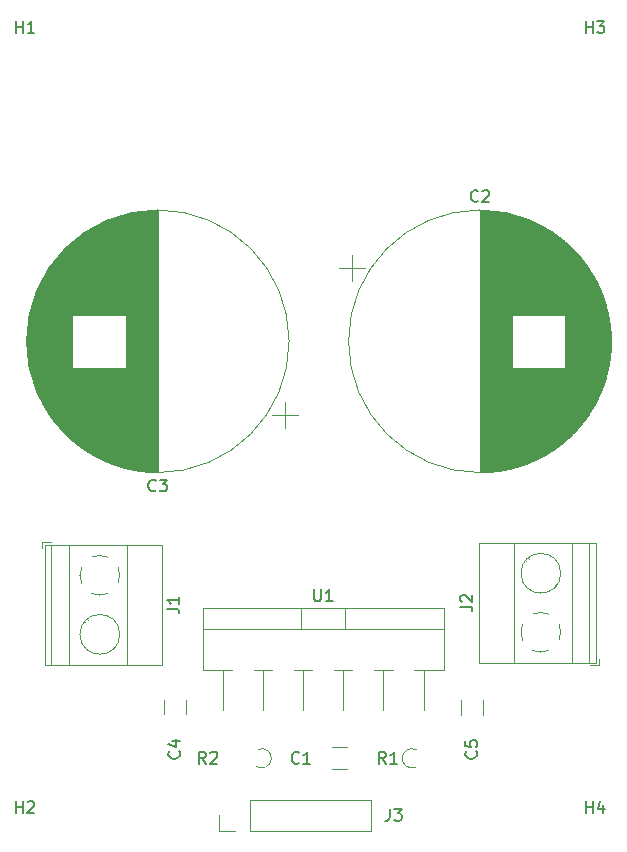
<source format=gto>
G04 #@! TF.GenerationSoftware,KiCad,Pcbnew,(5.1.10)-1*
G04 #@! TF.CreationDate,2021-10-30T22:31:52+03:00*
G04 #@! TF.ProjectId,cmd_module_booster,636d645f-6d6f-4647-956c-655f626f6f73,rev?*
G04 #@! TF.SameCoordinates,Original*
G04 #@! TF.FileFunction,Legend,Top*
G04 #@! TF.FilePolarity,Positive*
%FSLAX46Y46*%
G04 Gerber Fmt 4.6, Leading zero omitted, Abs format (unit mm)*
G04 Created by KiCad (PCBNEW (5.1.10)-1) date 2021-10-30 22:31:52*
%MOMM*%
%LPD*%
G01*
G04 APERTURE LIST*
%ADD10C,0.120000*%
%ADD11C,0.150000*%
%ADD12C,2.700000*%
%ADD13O,1.700000X1.700000*%
%ADD14R,1.700000X1.700000*%
%ADD15C,2.600000*%
%ADD16R,2.600000X2.600000*%
%ADD17C,4.000000*%
%ADD18R,4.000000X4.000000*%
%ADD19O,1.800000X1.800000*%
%ADD20R,1.800000X1.800000*%
%ADD21O,1.400000X1.400000*%
%ADD22C,1.400000*%
%ADD23C,1.600000*%
G04 APERTURE END LIST*
D10*
X120710000Y-158302000D02*
X120710000Y-155642000D01*
X110490000Y-158302000D02*
X120710000Y-158302000D01*
X110490000Y-155642000D02*
X120710000Y-155642000D01*
X110490000Y-158302000D02*
X110490000Y-155642000D01*
X109220000Y-158302000D02*
X107890000Y-158302000D01*
X107890000Y-158302000D02*
X107890000Y-156972000D01*
X136808000Y-136478000D02*
G75*
G03*
X136808000Y-136478000I-1680000J0D01*
G01*
X139228000Y-144038000D02*
X139228000Y-133918000D01*
X137728000Y-144038000D02*
X137728000Y-133918000D01*
X132827000Y-144038000D02*
X132827000Y-133918000D01*
X129867000Y-144038000D02*
X129867000Y-133918000D01*
X139788000Y-144038000D02*
X139788000Y-133918000D01*
X129867000Y-144038000D02*
X139788000Y-144038000D01*
X129867000Y-133918000D02*
X139788000Y-133918000D01*
X134059000Y-135203000D02*
X134105000Y-135250000D01*
X136367000Y-137512000D02*
X136402000Y-137547000D01*
X133853000Y-135408000D02*
X133889000Y-135443000D01*
X136151000Y-137705000D02*
X136197000Y-137752000D01*
X139288000Y-144278000D02*
X140028000Y-144278000D01*
X140028000Y-144278000D02*
X140028000Y-143778000D01*
X136808253Y-141449195D02*
G75*
G02*
X136663000Y-142162000I-1680253J-28805D01*
G01*
X135811042Y-143013426D02*
G75*
G02*
X134444000Y-143013000I-683042J1535426D01*
G01*
X133592574Y-142161042D02*
G75*
G02*
X133593000Y-140794000I1535426J683042D01*
G01*
X134444958Y-139942574D02*
G75*
G02*
X135812000Y-139943000I683042J-1535426D01*
G01*
X136662756Y-140794682D02*
G75*
G02*
X136808000Y-141478000I-1534756J-683318D01*
G01*
X113816000Y-116840000D02*
G75*
G03*
X113816000Y-116840000I-11120000J0D01*
G01*
X102696000Y-127921000D02*
X102696000Y-105759000D01*
X102656000Y-127920000D02*
X102656000Y-105760000D01*
X102616000Y-127920000D02*
X102616000Y-105760000D01*
X102576000Y-127920000D02*
X102576000Y-105760000D01*
X102536000Y-127919000D02*
X102536000Y-105761000D01*
X102496000Y-127919000D02*
X102496000Y-105761000D01*
X102456000Y-127918000D02*
X102456000Y-105762000D01*
X102416000Y-127917000D02*
X102416000Y-105763000D01*
X102376000Y-127916000D02*
X102376000Y-105764000D01*
X102336000Y-127915000D02*
X102336000Y-105765000D01*
X102296000Y-127913000D02*
X102296000Y-105767000D01*
X102256000Y-127912000D02*
X102256000Y-105768000D01*
X102216000Y-127910000D02*
X102216000Y-105770000D01*
X102176000Y-127908000D02*
X102176000Y-105772000D01*
X102136000Y-127906000D02*
X102136000Y-105774000D01*
X102096000Y-127904000D02*
X102096000Y-105776000D01*
X102056000Y-127902000D02*
X102056000Y-105778000D01*
X102016000Y-127900000D02*
X102016000Y-105780000D01*
X101975000Y-127897000D02*
X101975000Y-105783000D01*
X101935000Y-127894000D02*
X101935000Y-105786000D01*
X101895000Y-127892000D02*
X101895000Y-105788000D01*
X101855000Y-127889000D02*
X101855000Y-105791000D01*
X101815000Y-127886000D02*
X101815000Y-105794000D01*
X101775000Y-127882000D02*
X101775000Y-105798000D01*
X101735000Y-127879000D02*
X101735000Y-105801000D01*
X101695000Y-127875000D02*
X101695000Y-105805000D01*
X101655000Y-127872000D02*
X101655000Y-105808000D01*
X101615000Y-127868000D02*
X101615000Y-105812000D01*
X101575000Y-127864000D02*
X101575000Y-105816000D01*
X101535000Y-127860000D02*
X101535000Y-105820000D01*
X101495000Y-127856000D02*
X101495000Y-105824000D01*
X101455000Y-127851000D02*
X101455000Y-105829000D01*
X101415000Y-127847000D02*
X101415000Y-105833000D01*
X101375000Y-127842000D02*
X101375000Y-105838000D01*
X101335000Y-127837000D02*
X101335000Y-105843000D01*
X101295000Y-127832000D02*
X101295000Y-105848000D01*
X101255000Y-127827000D02*
X101255000Y-105853000D01*
X101215000Y-127822000D02*
X101215000Y-105858000D01*
X101175000Y-127816000D02*
X101175000Y-105864000D01*
X101135000Y-127811000D02*
X101135000Y-105869000D01*
X101095000Y-127805000D02*
X101095000Y-105875000D01*
X101055000Y-127799000D02*
X101055000Y-105881000D01*
X101015000Y-127793000D02*
X101015000Y-105887000D01*
X100975000Y-127787000D02*
X100975000Y-105893000D01*
X100935000Y-127780000D02*
X100935000Y-105900000D01*
X100895000Y-127774000D02*
X100895000Y-105906000D01*
X100855000Y-127767000D02*
X100855000Y-105913000D01*
X100815000Y-127760000D02*
X100815000Y-105920000D01*
X100775000Y-127753000D02*
X100775000Y-105927000D01*
X100735000Y-127746000D02*
X100735000Y-105934000D01*
X100695000Y-127739000D02*
X100695000Y-105941000D01*
X100655000Y-127732000D02*
X100655000Y-105948000D01*
X100615000Y-127724000D02*
X100615000Y-105956000D01*
X100575000Y-127717000D02*
X100575000Y-105963000D01*
X100535000Y-127709000D02*
X100535000Y-105971000D01*
X100495000Y-127701000D02*
X100495000Y-105979000D01*
X100455000Y-127693000D02*
X100455000Y-105987000D01*
X100415000Y-127684000D02*
X100415000Y-105996000D01*
X100375000Y-127676000D02*
X100375000Y-106004000D01*
X100335000Y-127667000D02*
X100335000Y-106013000D01*
X100295000Y-127658000D02*
X100295000Y-106022000D01*
X100255000Y-127649000D02*
X100255000Y-106031000D01*
X100215000Y-127640000D02*
X100215000Y-106040000D01*
X100175000Y-127631000D02*
X100175000Y-106049000D01*
X100135000Y-127622000D02*
X100135000Y-106058000D01*
X100095000Y-127612000D02*
X100095000Y-106068000D01*
X100055000Y-127603000D02*
X100055000Y-106077000D01*
X100015000Y-127593000D02*
X100015000Y-106087000D01*
X99975000Y-127583000D02*
X99975000Y-106097000D01*
X99935000Y-127573000D02*
X99935000Y-119080000D01*
X99935000Y-114600000D02*
X99935000Y-106107000D01*
X99895000Y-127562000D02*
X99895000Y-119080000D01*
X99895000Y-114600000D02*
X99895000Y-106118000D01*
X99855000Y-127552000D02*
X99855000Y-119080000D01*
X99855000Y-114600000D02*
X99855000Y-106128000D01*
X99815000Y-127541000D02*
X99815000Y-119080000D01*
X99815000Y-114600000D02*
X99815000Y-106139000D01*
X99775000Y-127530000D02*
X99775000Y-119080000D01*
X99775000Y-114600000D02*
X99775000Y-106150000D01*
X99735000Y-127519000D02*
X99735000Y-119080000D01*
X99735000Y-114600000D02*
X99735000Y-106161000D01*
X99695000Y-127508000D02*
X99695000Y-119080000D01*
X99695000Y-114600000D02*
X99695000Y-106172000D01*
X99655000Y-127497000D02*
X99655000Y-119080000D01*
X99655000Y-114600000D02*
X99655000Y-106183000D01*
X99615000Y-127485000D02*
X99615000Y-119080000D01*
X99615000Y-114600000D02*
X99615000Y-106195000D01*
X99575000Y-127474000D02*
X99575000Y-119080000D01*
X99575000Y-114600000D02*
X99575000Y-106206000D01*
X99535000Y-127462000D02*
X99535000Y-119080000D01*
X99535000Y-114600000D02*
X99535000Y-106218000D01*
X99495000Y-127450000D02*
X99495000Y-119080000D01*
X99495000Y-114600000D02*
X99495000Y-106230000D01*
X99455000Y-127438000D02*
X99455000Y-119080000D01*
X99455000Y-114600000D02*
X99455000Y-106242000D01*
X99415000Y-127426000D02*
X99415000Y-119080000D01*
X99415000Y-114600000D02*
X99415000Y-106254000D01*
X99375000Y-127413000D02*
X99375000Y-119080000D01*
X99375000Y-114600000D02*
X99375000Y-106267000D01*
X99335000Y-127401000D02*
X99335000Y-119080000D01*
X99335000Y-114600000D02*
X99335000Y-106279000D01*
X99295000Y-127388000D02*
X99295000Y-119080000D01*
X99295000Y-114600000D02*
X99295000Y-106292000D01*
X99255000Y-127375000D02*
X99255000Y-119080000D01*
X99255000Y-114600000D02*
X99255000Y-106305000D01*
X99215000Y-127362000D02*
X99215000Y-119080000D01*
X99215000Y-114600000D02*
X99215000Y-106318000D01*
X99175000Y-127349000D02*
X99175000Y-119080000D01*
X99175000Y-114600000D02*
X99175000Y-106331000D01*
X99135000Y-127335000D02*
X99135000Y-119080000D01*
X99135000Y-114600000D02*
X99135000Y-106345000D01*
X99095000Y-127322000D02*
X99095000Y-119080000D01*
X99095000Y-114600000D02*
X99095000Y-106358000D01*
X99055000Y-127308000D02*
X99055000Y-119080000D01*
X99055000Y-114600000D02*
X99055000Y-106372000D01*
X99015000Y-127294000D02*
X99015000Y-119080000D01*
X99015000Y-114600000D02*
X99015000Y-106386000D01*
X98975000Y-127280000D02*
X98975000Y-119080000D01*
X98975000Y-114600000D02*
X98975000Y-106400000D01*
X98935000Y-127266000D02*
X98935000Y-119080000D01*
X98935000Y-114600000D02*
X98935000Y-106414000D01*
X98895000Y-127251000D02*
X98895000Y-119080000D01*
X98895000Y-114600000D02*
X98895000Y-106429000D01*
X98855000Y-127236000D02*
X98855000Y-119080000D01*
X98855000Y-114600000D02*
X98855000Y-106444000D01*
X98815000Y-127222000D02*
X98815000Y-119080000D01*
X98815000Y-114600000D02*
X98815000Y-106458000D01*
X98775000Y-127207000D02*
X98775000Y-119080000D01*
X98775000Y-114600000D02*
X98775000Y-106473000D01*
X98735000Y-127191000D02*
X98735000Y-119080000D01*
X98735000Y-114600000D02*
X98735000Y-106489000D01*
X98695000Y-127176000D02*
X98695000Y-119080000D01*
X98695000Y-114600000D02*
X98695000Y-106504000D01*
X98655000Y-127161000D02*
X98655000Y-119080000D01*
X98655000Y-114600000D02*
X98655000Y-106519000D01*
X98615000Y-127145000D02*
X98615000Y-119080000D01*
X98615000Y-114600000D02*
X98615000Y-106535000D01*
X98575000Y-127129000D02*
X98575000Y-119080000D01*
X98575000Y-114600000D02*
X98575000Y-106551000D01*
X98535000Y-127113000D02*
X98535000Y-119080000D01*
X98535000Y-114600000D02*
X98535000Y-106567000D01*
X98495000Y-127097000D02*
X98495000Y-119080000D01*
X98495000Y-114600000D02*
X98495000Y-106583000D01*
X98455000Y-127080000D02*
X98455000Y-119080000D01*
X98455000Y-114600000D02*
X98455000Y-106600000D01*
X98415000Y-127064000D02*
X98415000Y-119080000D01*
X98415000Y-114600000D02*
X98415000Y-106616000D01*
X98375000Y-127047000D02*
X98375000Y-119080000D01*
X98375000Y-114600000D02*
X98375000Y-106633000D01*
X98335000Y-127030000D02*
X98335000Y-119080000D01*
X98335000Y-114600000D02*
X98335000Y-106650000D01*
X98295000Y-127013000D02*
X98295000Y-119080000D01*
X98295000Y-114600000D02*
X98295000Y-106667000D01*
X98255000Y-126996000D02*
X98255000Y-119080000D01*
X98255000Y-114600000D02*
X98255000Y-106684000D01*
X98215000Y-126978000D02*
X98215000Y-119080000D01*
X98215000Y-114600000D02*
X98215000Y-106702000D01*
X98175000Y-126960000D02*
X98175000Y-119080000D01*
X98175000Y-114600000D02*
X98175000Y-106720000D01*
X98135000Y-126943000D02*
X98135000Y-119080000D01*
X98135000Y-114600000D02*
X98135000Y-106737000D01*
X98095000Y-126924000D02*
X98095000Y-119080000D01*
X98095000Y-114600000D02*
X98095000Y-106756000D01*
X98055000Y-126906000D02*
X98055000Y-119080000D01*
X98055000Y-114600000D02*
X98055000Y-106774000D01*
X98015000Y-126888000D02*
X98015000Y-119080000D01*
X98015000Y-114600000D02*
X98015000Y-106792000D01*
X97975000Y-126869000D02*
X97975000Y-119080000D01*
X97975000Y-114600000D02*
X97975000Y-106811000D01*
X97935000Y-126850000D02*
X97935000Y-119080000D01*
X97935000Y-114600000D02*
X97935000Y-106830000D01*
X97895000Y-126831000D02*
X97895000Y-119080000D01*
X97895000Y-114600000D02*
X97895000Y-106849000D01*
X97855000Y-126812000D02*
X97855000Y-119080000D01*
X97855000Y-114600000D02*
X97855000Y-106868000D01*
X97815000Y-126792000D02*
X97815000Y-119080000D01*
X97815000Y-114600000D02*
X97815000Y-106888000D01*
X97775000Y-126773000D02*
X97775000Y-119080000D01*
X97775000Y-114600000D02*
X97775000Y-106907000D01*
X97735000Y-126753000D02*
X97735000Y-119080000D01*
X97735000Y-114600000D02*
X97735000Y-106927000D01*
X97695000Y-126733000D02*
X97695000Y-119080000D01*
X97695000Y-114600000D02*
X97695000Y-106947000D01*
X97655000Y-126713000D02*
X97655000Y-119080000D01*
X97655000Y-114600000D02*
X97655000Y-106967000D01*
X97615000Y-126692000D02*
X97615000Y-119080000D01*
X97615000Y-114600000D02*
X97615000Y-106988000D01*
X97575000Y-126672000D02*
X97575000Y-119080000D01*
X97575000Y-114600000D02*
X97575000Y-107008000D01*
X97535000Y-126651000D02*
X97535000Y-119080000D01*
X97535000Y-114600000D02*
X97535000Y-107029000D01*
X97495000Y-126630000D02*
X97495000Y-119080000D01*
X97495000Y-114600000D02*
X97495000Y-107050000D01*
X97455000Y-126608000D02*
X97455000Y-119080000D01*
X97455000Y-114600000D02*
X97455000Y-107072000D01*
X97415000Y-126587000D02*
X97415000Y-119080000D01*
X97415000Y-114600000D02*
X97415000Y-107093000D01*
X97375000Y-126565000D02*
X97375000Y-119080000D01*
X97375000Y-114600000D02*
X97375000Y-107115000D01*
X97335000Y-126543000D02*
X97335000Y-119080000D01*
X97335000Y-114600000D02*
X97335000Y-107137000D01*
X97295000Y-126521000D02*
X97295000Y-119080000D01*
X97295000Y-114600000D02*
X97295000Y-107159000D01*
X97255000Y-126499000D02*
X97255000Y-119080000D01*
X97255000Y-114600000D02*
X97255000Y-107181000D01*
X97215000Y-126476000D02*
X97215000Y-119080000D01*
X97215000Y-114600000D02*
X97215000Y-107204000D01*
X97175000Y-126454000D02*
X97175000Y-119080000D01*
X97175000Y-114600000D02*
X97175000Y-107226000D01*
X97135000Y-126431000D02*
X97135000Y-119080000D01*
X97135000Y-114600000D02*
X97135000Y-107249000D01*
X97095000Y-126407000D02*
X97095000Y-119080000D01*
X97095000Y-114600000D02*
X97095000Y-107273000D01*
X97055000Y-126384000D02*
X97055000Y-119080000D01*
X97055000Y-114600000D02*
X97055000Y-107296000D01*
X97015000Y-126360000D02*
X97015000Y-119080000D01*
X97015000Y-114600000D02*
X97015000Y-107320000D01*
X96975000Y-126337000D02*
X96975000Y-119080000D01*
X96975000Y-114600000D02*
X96975000Y-107343000D01*
X96935000Y-126312000D02*
X96935000Y-119080000D01*
X96935000Y-114600000D02*
X96935000Y-107368000D01*
X96895000Y-126288000D02*
X96895000Y-119080000D01*
X96895000Y-114600000D02*
X96895000Y-107392000D01*
X96855000Y-126264000D02*
X96855000Y-119080000D01*
X96855000Y-114600000D02*
X96855000Y-107416000D01*
X96815000Y-126239000D02*
X96815000Y-119080000D01*
X96815000Y-114600000D02*
X96815000Y-107441000D01*
X96775000Y-126214000D02*
X96775000Y-119080000D01*
X96775000Y-114600000D02*
X96775000Y-107466000D01*
X96735000Y-126188000D02*
X96735000Y-119080000D01*
X96735000Y-114600000D02*
X96735000Y-107492000D01*
X96695000Y-126163000D02*
X96695000Y-119080000D01*
X96695000Y-114600000D02*
X96695000Y-107517000D01*
X96655000Y-126137000D02*
X96655000Y-119080000D01*
X96655000Y-114600000D02*
X96655000Y-107543000D01*
X96615000Y-126111000D02*
X96615000Y-119080000D01*
X96615000Y-114600000D02*
X96615000Y-107569000D01*
X96575000Y-126085000D02*
X96575000Y-119080000D01*
X96575000Y-114600000D02*
X96575000Y-107595000D01*
X96535000Y-126058000D02*
X96535000Y-119080000D01*
X96535000Y-114600000D02*
X96535000Y-107622000D01*
X96495000Y-126032000D02*
X96495000Y-119080000D01*
X96495000Y-114600000D02*
X96495000Y-107648000D01*
X96455000Y-126005000D02*
X96455000Y-119080000D01*
X96455000Y-114600000D02*
X96455000Y-107675000D01*
X96415000Y-125977000D02*
X96415000Y-119080000D01*
X96415000Y-114600000D02*
X96415000Y-107703000D01*
X96375000Y-125950000D02*
X96375000Y-119080000D01*
X96375000Y-114600000D02*
X96375000Y-107730000D01*
X96335000Y-125922000D02*
X96335000Y-119080000D01*
X96335000Y-114600000D02*
X96335000Y-107758000D01*
X96295000Y-125894000D02*
X96295000Y-119080000D01*
X96295000Y-114600000D02*
X96295000Y-107786000D01*
X96255000Y-125866000D02*
X96255000Y-119080000D01*
X96255000Y-114600000D02*
X96255000Y-107814000D01*
X96215000Y-125837000D02*
X96215000Y-119080000D01*
X96215000Y-114600000D02*
X96215000Y-107843000D01*
X96175000Y-125808000D02*
X96175000Y-119080000D01*
X96175000Y-114600000D02*
X96175000Y-107872000D01*
X96135000Y-125779000D02*
X96135000Y-119080000D01*
X96135000Y-114600000D02*
X96135000Y-107901000D01*
X96095000Y-125750000D02*
X96095000Y-119080000D01*
X96095000Y-114600000D02*
X96095000Y-107930000D01*
X96055000Y-125720000D02*
X96055000Y-119080000D01*
X96055000Y-114600000D02*
X96055000Y-107960000D01*
X96015000Y-125690000D02*
X96015000Y-119080000D01*
X96015000Y-114600000D02*
X96015000Y-107990000D01*
X95975000Y-125660000D02*
X95975000Y-119080000D01*
X95975000Y-114600000D02*
X95975000Y-108020000D01*
X95935000Y-125630000D02*
X95935000Y-119080000D01*
X95935000Y-114600000D02*
X95935000Y-108050000D01*
X95895000Y-125599000D02*
X95895000Y-119080000D01*
X95895000Y-114600000D02*
X95895000Y-108081000D01*
X95855000Y-125568000D02*
X95855000Y-119080000D01*
X95855000Y-114600000D02*
X95855000Y-108112000D01*
X95815000Y-125537000D02*
X95815000Y-119080000D01*
X95815000Y-114600000D02*
X95815000Y-108143000D01*
X95775000Y-125505000D02*
X95775000Y-119080000D01*
X95775000Y-114600000D02*
X95775000Y-108175000D01*
X95735000Y-125473000D02*
X95735000Y-119080000D01*
X95735000Y-114600000D02*
X95735000Y-108207000D01*
X95695000Y-125441000D02*
X95695000Y-119080000D01*
X95695000Y-114600000D02*
X95695000Y-108239000D01*
X95655000Y-125408000D02*
X95655000Y-119080000D01*
X95655000Y-114600000D02*
X95655000Y-108272000D01*
X95615000Y-125375000D02*
X95615000Y-119080000D01*
X95615000Y-114600000D02*
X95615000Y-108305000D01*
X95575000Y-125342000D02*
X95575000Y-119080000D01*
X95575000Y-114600000D02*
X95575000Y-108338000D01*
X95535000Y-125309000D02*
X95535000Y-119080000D01*
X95535000Y-114600000D02*
X95535000Y-108371000D01*
X95495000Y-125275000D02*
X95495000Y-119080000D01*
X95495000Y-114600000D02*
X95495000Y-108405000D01*
X95455000Y-125241000D02*
X95455000Y-108439000D01*
X95415000Y-125206000D02*
X95415000Y-108474000D01*
X95375000Y-125171000D02*
X95375000Y-108509000D01*
X95335000Y-125136000D02*
X95335000Y-108544000D01*
X95295000Y-125101000D02*
X95295000Y-108579000D01*
X95255000Y-125065000D02*
X95255000Y-108615000D01*
X95215000Y-125029000D02*
X95215000Y-108651000D01*
X95175000Y-124992000D02*
X95175000Y-108688000D01*
X95135000Y-124955000D02*
X95135000Y-108725000D01*
X95095000Y-124918000D02*
X95095000Y-108762000D01*
X95055000Y-124880000D02*
X95055000Y-108800000D01*
X95015000Y-124842000D02*
X95015000Y-108838000D01*
X94975000Y-124804000D02*
X94975000Y-108876000D01*
X94935000Y-124765000D02*
X94935000Y-108915000D01*
X94895000Y-124726000D02*
X94895000Y-108954000D01*
X94855000Y-124686000D02*
X94855000Y-108994000D01*
X94815000Y-124647000D02*
X94815000Y-109033000D01*
X94775000Y-124606000D02*
X94775000Y-109074000D01*
X94735000Y-124565000D02*
X94735000Y-109115000D01*
X94695000Y-124524000D02*
X94695000Y-109156000D01*
X94655000Y-124482000D02*
X94655000Y-109198000D01*
X94615000Y-124440000D02*
X94615000Y-109240000D01*
X94575000Y-124398000D02*
X94575000Y-109282000D01*
X94535000Y-124355000D02*
X94535000Y-109325000D01*
X94496000Y-124311000D02*
X94496000Y-109369000D01*
X94456000Y-124268000D02*
X94456000Y-109412000D01*
X94416000Y-124223000D02*
X94416000Y-109457000D01*
X94376000Y-124178000D02*
X94376000Y-109502000D01*
X94336000Y-124133000D02*
X94336000Y-109547000D01*
X94296000Y-124087000D02*
X94296000Y-109593000D01*
X94256000Y-124041000D02*
X94256000Y-109639000D01*
X94216000Y-123994000D02*
X94216000Y-109686000D01*
X94176000Y-123946000D02*
X94176000Y-109734000D01*
X94136000Y-123898000D02*
X94136000Y-109782000D01*
X94096000Y-123850000D02*
X94096000Y-109830000D01*
X94056000Y-123801000D02*
X94056000Y-109879000D01*
X94016000Y-123751000D02*
X94016000Y-109929000D01*
X93976000Y-123701000D02*
X93976000Y-109979000D01*
X93936000Y-123650000D02*
X93936000Y-110030000D01*
X93896000Y-123599000D02*
X93896000Y-110081000D01*
X93856000Y-123547000D02*
X93856000Y-110133000D01*
X93816000Y-123494000D02*
X93816000Y-110186000D01*
X93776000Y-123440000D02*
X93776000Y-110240000D01*
X93736000Y-123386000D02*
X93736000Y-110294000D01*
X93696000Y-123332000D02*
X93696000Y-110348000D01*
X93656000Y-123276000D02*
X93656000Y-110404000D01*
X93616000Y-123220000D02*
X93616000Y-110460000D01*
X93576000Y-123163000D02*
X93576000Y-110517000D01*
X93536000Y-123105000D02*
X93536000Y-110575000D01*
X93496000Y-123047000D02*
X93496000Y-110633000D01*
X93456000Y-122987000D02*
X93456000Y-110693000D01*
X93416000Y-122927000D02*
X93416000Y-110753000D01*
X93376000Y-122866000D02*
X93376000Y-110814000D01*
X93336000Y-122804000D02*
X93336000Y-110876000D01*
X93296000Y-122741000D02*
X93296000Y-110939000D01*
X93256000Y-122678000D02*
X93256000Y-111002000D01*
X93216000Y-122613000D02*
X93216000Y-111067000D01*
X93176000Y-122547000D02*
X93176000Y-111133000D01*
X93136000Y-122480000D02*
X93136000Y-111200000D01*
X93096000Y-122412000D02*
X93096000Y-111268000D01*
X93056000Y-122343000D02*
X93056000Y-111337000D01*
X93016000Y-122273000D02*
X93016000Y-111407000D01*
X92976000Y-122202000D02*
X92976000Y-111478000D01*
X92936000Y-122129000D02*
X92936000Y-111551000D01*
X92896000Y-122055000D02*
X92896000Y-111625000D01*
X92856000Y-121980000D02*
X92856000Y-111700000D01*
X92816000Y-121903000D02*
X92816000Y-111777000D01*
X92776000Y-121825000D02*
X92776000Y-111855000D01*
X92736000Y-121745000D02*
X92736000Y-111935000D01*
X92696000Y-121664000D02*
X92696000Y-112016000D01*
X92656000Y-121581000D02*
X92656000Y-112099000D01*
X92616000Y-121496000D02*
X92616000Y-112184000D01*
X92576000Y-121409000D02*
X92576000Y-112271000D01*
X92536000Y-121320000D02*
X92536000Y-112360000D01*
X92496000Y-121229000D02*
X92496000Y-112451000D01*
X92456000Y-121136000D02*
X92456000Y-112544000D01*
X92416000Y-121040000D02*
X92416000Y-112640000D01*
X92376000Y-120942000D02*
X92376000Y-112738000D01*
X92336000Y-120841000D02*
X92336000Y-112839000D01*
X92296000Y-120737000D02*
X92296000Y-112943000D01*
X92256000Y-120629000D02*
X92256000Y-113051000D01*
X92216000Y-120519000D02*
X92216000Y-113161000D01*
X92176000Y-120404000D02*
X92176000Y-113276000D01*
X92136000Y-120285000D02*
X92136000Y-113395000D01*
X92096000Y-120161000D02*
X92096000Y-113519000D01*
X92056000Y-120032000D02*
X92056000Y-113648000D01*
X92016000Y-119898000D02*
X92016000Y-113782000D01*
X91976000Y-119756000D02*
X91976000Y-113924000D01*
X91936000Y-119607000D02*
X91936000Y-114073000D01*
X91896000Y-119449000D02*
X91896000Y-114231000D01*
X91856000Y-119280000D02*
X91856000Y-114400000D01*
X91816000Y-119098000D02*
X91816000Y-114582000D01*
X91776000Y-118900000D02*
X91776000Y-114780000D01*
X91736000Y-118680000D02*
X91736000Y-115000000D01*
X91696000Y-118430000D02*
X91696000Y-115250000D01*
X91656000Y-118132000D02*
X91656000Y-115548000D01*
X91616000Y-117743000D02*
X91616000Y-115937000D01*
X91576000Y-116880000D02*
X91576000Y-116800000D01*
X114595337Y-123075000D02*
X112395337Y-123075000D01*
X113495337Y-124175000D02*
X113495337Y-121975000D01*
X141088000Y-116840000D02*
G75*
G03*
X141088000Y-116840000I-11120000J0D01*
G01*
X129968000Y-105759000D02*
X129968000Y-127921000D01*
X130008000Y-105760000D02*
X130008000Y-127920000D01*
X130048000Y-105760000D02*
X130048000Y-127920000D01*
X130088000Y-105760000D02*
X130088000Y-127920000D01*
X130128000Y-105761000D02*
X130128000Y-127919000D01*
X130168000Y-105761000D02*
X130168000Y-127919000D01*
X130208000Y-105762000D02*
X130208000Y-127918000D01*
X130248000Y-105763000D02*
X130248000Y-127917000D01*
X130288000Y-105764000D02*
X130288000Y-127916000D01*
X130328000Y-105765000D02*
X130328000Y-127915000D01*
X130368000Y-105767000D02*
X130368000Y-127913000D01*
X130408000Y-105768000D02*
X130408000Y-127912000D01*
X130448000Y-105770000D02*
X130448000Y-127910000D01*
X130488000Y-105772000D02*
X130488000Y-127908000D01*
X130528000Y-105774000D02*
X130528000Y-127906000D01*
X130568000Y-105776000D02*
X130568000Y-127904000D01*
X130608000Y-105778000D02*
X130608000Y-127902000D01*
X130648000Y-105780000D02*
X130648000Y-127900000D01*
X130689000Y-105783000D02*
X130689000Y-127897000D01*
X130729000Y-105786000D02*
X130729000Y-127894000D01*
X130769000Y-105788000D02*
X130769000Y-127892000D01*
X130809000Y-105791000D02*
X130809000Y-127889000D01*
X130849000Y-105794000D02*
X130849000Y-127886000D01*
X130889000Y-105798000D02*
X130889000Y-127882000D01*
X130929000Y-105801000D02*
X130929000Y-127879000D01*
X130969000Y-105805000D02*
X130969000Y-127875000D01*
X131009000Y-105808000D02*
X131009000Y-127872000D01*
X131049000Y-105812000D02*
X131049000Y-127868000D01*
X131089000Y-105816000D02*
X131089000Y-127864000D01*
X131129000Y-105820000D02*
X131129000Y-127860000D01*
X131169000Y-105824000D02*
X131169000Y-127856000D01*
X131209000Y-105829000D02*
X131209000Y-127851000D01*
X131249000Y-105833000D02*
X131249000Y-127847000D01*
X131289000Y-105838000D02*
X131289000Y-127842000D01*
X131329000Y-105843000D02*
X131329000Y-127837000D01*
X131369000Y-105848000D02*
X131369000Y-127832000D01*
X131409000Y-105853000D02*
X131409000Y-127827000D01*
X131449000Y-105858000D02*
X131449000Y-127822000D01*
X131489000Y-105864000D02*
X131489000Y-127816000D01*
X131529000Y-105869000D02*
X131529000Y-127811000D01*
X131569000Y-105875000D02*
X131569000Y-127805000D01*
X131609000Y-105881000D02*
X131609000Y-127799000D01*
X131649000Y-105887000D02*
X131649000Y-127793000D01*
X131689000Y-105893000D02*
X131689000Y-127787000D01*
X131729000Y-105900000D02*
X131729000Y-127780000D01*
X131769000Y-105906000D02*
X131769000Y-127774000D01*
X131809000Y-105913000D02*
X131809000Y-127767000D01*
X131849000Y-105920000D02*
X131849000Y-127760000D01*
X131889000Y-105927000D02*
X131889000Y-127753000D01*
X131929000Y-105934000D02*
X131929000Y-127746000D01*
X131969000Y-105941000D02*
X131969000Y-127739000D01*
X132009000Y-105948000D02*
X132009000Y-127732000D01*
X132049000Y-105956000D02*
X132049000Y-127724000D01*
X132089000Y-105963000D02*
X132089000Y-127717000D01*
X132129000Y-105971000D02*
X132129000Y-127709000D01*
X132169000Y-105979000D02*
X132169000Y-127701000D01*
X132209000Y-105987000D02*
X132209000Y-127693000D01*
X132249000Y-105996000D02*
X132249000Y-127684000D01*
X132289000Y-106004000D02*
X132289000Y-127676000D01*
X132329000Y-106013000D02*
X132329000Y-127667000D01*
X132369000Y-106022000D02*
X132369000Y-127658000D01*
X132409000Y-106031000D02*
X132409000Y-127649000D01*
X132449000Y-106040000D02*
X132449000Y-127640000D01*
X132489000Y-106049000D02*
X132489000Y-127631000D01*
X132529000Y-106058000D02*
X132529000Y-127622000D01*
X132569000Y-106068000D02*
X132569000Y-127612000D01*
X132609000Y-106077000D02*
X132609000Y-127603000D01*
X132649000Y-106087000D02*
X132649000Y-127593000D01*
X132689000Y-106097000D02*
X132689000Y-127583000D01*
X132729000Y-106107000D02*
X132729000Y-114600000D01*
X132729000Y-119080000D02*
X132729000Y-127573000D01*
X132769000Y-106118000D02*
X132769000Y-114600000D01*
X132769000Y-119080000D02*
X132769000Y-127562000D01*
X132809000Y-106128000D02*
X132809000Y-114600000D01*
X132809000Y-119080000D02*
X132809000Y-127552000D01*
X132849000Y-106139000D02*
X132849000Y-114600000D01*
X132849000Y-119080000D02*
X132849000Y-127541000D01*
X132889000Y-106150000D02*
X132889000Y-114600000D01*
X132889000Y-119080000D02*
X132889000Y-127530000D01*
X132929000Y-106161000D02*
X132929000Y-114600000D01*
X132929000Y-119080000D02*
X132929000Y-127519000D01*
X132969000Y-106172000D02*
X132969000Y-114600000D01*
X132969000Y-119080000D02*
X132969000Y-127508000D01*
X133009000Y-106183000D02*
X133009000Y-114600000D01*
X133009000Y-119080000D02*
X133009000Y-127497000D01*
X133049000Y-106195000D02*
X133049000Y-114600000D01*
X133049000Y-119080000D02*
X133049000Y-127485000D01*
X133089000Y-106206000D02*
X133089000Y-114600000D01*
X133089000Y-119080000D02*
X133089000Y-127474000D01*
X133129000Y-106218000D02*
X133129000Y-114600000D01*
X133129000Y-119080000D02*
X133129000Y-127462000D01*
X133169000Y-106230000D02*
X133169000Y-114600000D01*
X133169000Y-119080000D02*
X133169000Y-127450000D01*
X133209000Y-106242000D02*
X133209000Y-114600000D01*
X133209000Y-119080000D02*
X133209000Y-127438000D01*
X133249000Y-106254000D02*
X133249000Y-114600000D01*
X133249000Y-119080000D02*
X133249000Y-127426000D01*
X133289000Y-106267000D02*
X133289000Y-114600000D01*
X133289000Y-119080000D02*
X133289000Y-127413000D01*
X133329000Y-106279000D02*
X133329000Y-114600000D01*
X133329000Y-119080000D02*
X133329000Y-127401000D01*
X133369000Y-106292000D02*
X133369000Y-114600000D01*
X133369000Y-119080000D02*
X133369000Y-127388000D01*
X133409000Y-106305000D02*
X133409000Y-114600000D01*
X133409000Y-119080000D02*
X133409000Y-127375000D01*
X133449000Y-106318000D02*
X133449000Y-114600000D01*
X133449000Y-119080000D02*
X133449000Y-127362000D01*
X133489000Y-106331000D02*
X133489000Y-114600000D01*
X133489000Y-119080000D02*
X133489000Y-127349000D01*
X133529000Y-106345000D02*
X133529000Y-114600000D01*
X133529000Y-119080000D02*
X133529000Y-127335000D01*
X133569000Y-106358000D02*
X133569000Y-114600000D01*
X133569000Y-119080000D02*
X133569000Y-127322000D01*
X133609000Y-106372000D02*
X133609000Y-114600000D01*
X133609000Y-119080000D02*
X133609000Y-127308000D01*
X133649000Y-106386000D02*
X133649000Y-114600000D01*
X133649000Y-119080000D02*
X133649000Y-127294000D01*
X133689000Y-106400000D02*
X133689000Y-114600000D01*
X133689000Y-119080000D02*
X133689000Y-127280000D01*
X133729000Y-106414000D02*
X133729000Y-114600000D01*
X133729000Y-119080000D02*
X133729000Y-127266000D01*
X133769000Y-106429000D02*
X133769000Y-114600000D01*
X133769000Y-119080000D02*
X133769000Y-127251000D01*
X133809000Y-106444000D02*
X133809000Y-114600000D01*
X133809000Y-119080000D02*
X133809000Y-127236000D01*
X133849000Y-106458000D02*
X133849000Y-114600000D01*
X133849000Y-119080000D02*
X133849000Y-127222000D01*
X133889000Y-106473000D02*
X133889000Y-114600000D01*
X133889000Y-119080000D02*
X133889000Y-127207000D01*
X133929000Y-106489000D02*
X133929000Y-114600000D01*
X133929000Y-119080000D02*
X133929000Y-127191000D01*
X133969000Y-106504000D02*
X133969000Y-114600000D01*
X133969000Y-119080000D02*
X133969000Y-127176000D01*
X134009000Y-106519000D02*
X134009000Y-114600000D01*
X134009000Y-119080000D02*
X134009000Y-127161000D01*
X134049000Y-106535000D02*
X134049000Y-114600000D01*
X134049000Y-119080000D02*
X134049000Y-127145000D01*
X134089000Y-106551000D02*
X134089000Y-114600000D01*
X134089000Y-119080000D02*
X134089000Y-127129000D01*
X134129000Y-106567000D02*
X134129000Y-114600000D01*
X134129000Y-119080000D02*
X134129000Y-127113000D01*
X134169000Y-106583000D02*
X134169000Y-114600000D01*
X134169000Y-119080000D02*
X134169000Y-127097000D01*
X134209000Y-106600000D02*
X134209000Y-114600000D01*
X134209000Y-119080000D02*
X134209000Y-127080000D01*
X134249000Y-106616000D02*
X134249000Y-114600000D01*
X134249000Y-119080000D02*
X134249000Y-127064000D01*
X134289000Y-106633000D02*
X134289000Y-114600000D01*
X134289000Y-119080000D02*
X134289000Y-127047000D01*
X134329000Y-106650000D02*
X134329000Y-114600000D01*
X134329000Y-119080000D02*
X134329000Y-127030000D01*
X134369000Y-106667000D02*
X134369000Y-114600000D01*
X134369000Y-119080000D02*
X134369000Y-127013000D01*
X134409000Y-106684000D02*
X134409000Y-114600000D01*
X134409000Y-119080000D02*
X134409000Y-126996000D01*
X134449000Y-106702000D02*
X134449000Y-114600000D01*
X134449000Y-119080000D02*
X134449000Y-126978000D01*
X134489000Y-106720000D02*
X134489000Y-114600000D01*
X134489000Y-119080000D02*
X134489000Y-126960000D01*
X134529000Y-106737000D02*
X134529000Y-114600000D01*
X134529000Y-119080000D02*
X134529000Y-126943000D01*
X134569000Y-106756000D02*
X134569000Y-114600000D01*
X134569000Y-119080000D02*
X134569000Y-126924000D01*
X134609000Y-106774000D02*
X134609000Y-114600000D01*
X134609000Y-119080000D02*
X134609000Y-126906000D01*
X134649000Y-106792000D02*
X134649000Y-114600000D01*
X134649000Y-119080000D02*
X134649000Y-126888000D01*
X134689000Y-106811000D02*
X134689000Y-114600000D01*
X134689000Y-119080000D02*
X134689000Y-126869000D01*
X134729000Y-106830000D02*
X134729000Y-114600000D01*
X134729000Y-119080000D02*
X134729000Y-126850000D01*
X134769000Y-106849000D02*
X134769000Y-114600000D01*
X134769000Y-119080000D02*
X134769000Y-126831000D01*
X134809000Y-106868000D02*
X134809000Y-114600000D01*
X134809000Y-119080000D02*
X134809000Y-126812000D01*
X134849000Y-106888000D02*
X134849000Y-114600000D01*
X134849000Y-119080000D02*
X134849000Y-126792000D01*
X134889000Y-106907000D02*
X134889000Y-114600000D01*
X134889000Y-119080000D02*
X134889000Y-126773000D01*
X134929000Y-106927000D02*
X134929000Y-114600000D01*
X134929000Y-119080000D02*
X134929000Y-126753000D01*
X134969000Y-106947000D02*
X134969000Y-114600000D01*
X134969000Y-119080000D02*
X134969000Y-126733000D01*
X135009000Y-106967000D02*
X135009000Y-114600000D01*
X135009000Y-119080000D02*
X135009000Y-126713000D01*
X135049000Y-106988000D02*
X135049000Y-114600000D01*
X135049000Y-119080000D02*
X135049000Y-126692000D01*
X135089000Y-107008000D02*
X135089000Y-114600000D01*
X135089000Y-119080000D02*
X135089000Y-126672000D01*
X135129000Y-107029000D02*
X135129000Y-114600000D01*
X135129000Y-119080000D02*
X135129000Y-126651000D01*
X135169000Y-107050000D02*
X135169000Y-114600000D01*
X135169000Y-119080000D02*
X135169000Y-126630000D01*
X135209000Y-107072000D02*
X135209000Y-114600000D01*
X135209000Y-119080000D02*
X135209000Y-126608000D01*
X135249000Y-107093000D02*
X135249000Y-114600000D01*
X135249000Y-119080000D02*
X135249000Y-126587000D01*
X135289000Y-107115000D02*
X135289000Y-114600000D01*
X135289000Y-119080000D02*
X135289000Y-126565000D01*
X135329000Y-107137000D02*
X135329000Y-114600000D01*
X135329000Y-119080000D02*
X135329000Y-126543000D01*
X135369000Y-107159000D02*
X135369000Y-114600000D01*
X135369000Y-119080000D02*
X135369000Y-126521000D01*
X135409000Y-107181000D02*
X135409000Y-114600000D01*
X135409000Y-119080000D02*
X135409000Y-126499000D01*
X135449000Y-107204000D02*
X135449000Y-114600000D01*
X135449000Y-119080000D02*
X135449000Y-126476000D01*
X135489000Y-107226000D02*
X135489000Y-114600000D01*
X135489000Y-119080000D02*
X135489000Y-126454000D01*
X135529000Y-107249000D02*
X135529000Y-114600000D01*
X135529000Y-119080000D02*
X135529000Y-126431000D01*
X135569000Y-107273000D02*
X135569000Y-114600000D01*
X135569000Y-119080000D02*
X135569000Y-126407000D01*
X135609000Y-107296000D02*
X135609000Y-114600000D01*
X135609000Y-119080000D02*
X135609000Y-126384000D01*
X135649000Y-107320000D02*
X135649000Y-114600000D01*
X135649000Y-119080000D02*
X135649000Y-126360000D01*
X135689000Y-107343000D02*
X135689000Y-114600000D01*
X135689000Y-119080000D02*
X135689000Y-126337000D01*
X135729000Y-107368000D02*
X135729000Y-114600000D01*
X135729000Y-119080000D02*
X135729000Y-126312000D01*
X135769000Y-107392000D02*
X135769000Y-114600000D01*
X135769000Y-119080000D02*
X135769000Y-126288000D01*
X135809000Y-107416000D02*
X135809000Y-114600000D01*
X135809000Y-119080000D02*
X135809000Y-126264000D01*
X135849000Y-107441000D02*
X135849000Y-114600000D01*
X135849000Y-119080000D02*
X135849000Y-126239000D01*
X135889000Y-107466000D02*
X135889000Y-114600000D01*
X135889000Y-119080000D02*
X135889000Y-126214000D01*
X135929000Y-107492000D02*
X135929000Y-114600000D01*
X135929000Y-119080000D02*
X135929000Y-126188000D01*
X135969000Y-107517000D02*
X135969000Y-114600000D01*
X135969000Y-119080000D02*
X135969000Y-126163000D01*
X136009000Y-107543000D02*
X136009000Y-114600000D01*
X136009000Y-119080000D02*
X136009000Y-126137000D01*
X136049000Y-107569000D02*
X136049000Y-114600000D01*
X136049000Y-119080000D02*
X136049000Y-126111000D01*
X136089000Y-107595000D02*
X136089000Y-114600000D01*
X136089000Y-119080000D02*
X136089000Y-126085000D01*
X136129000Y-107622000D02*
X136129000Y-114600000D01*
X136129000Y-119080000D02*
X136129000Y-126058000D01*
X136169000Y-107648000D02*
X136169000Y-114600000D01*
X136169000Y-119080000D02*
X136169000Y-126032000D01*
X136209000Y-107675000D02*
X136209000Y-114600000D01*
X136209000Y-119080000D02*
X136209000Y-126005000D01*
X136249000Y-107703000D02*
X136249000Y-114600000D01*
X136249000Y-119080000D02*
X136249000Y-125977000D01*
X136289000Y-107730000D02*
X136289000Y-114600000D01*
X136289000Y-119080000D02*
X136289000Y-125950000D01*
X136329000Y-107758000D02*
X136329000Y-114600000D01*
X136329000Y-119080000D02*
X136329000Y-125922000D01*
X136369000Y-107786000D02*
X136369000Y-114600000D01*
X136369000Y-119080000D02*
X136369000Y-125894000D01*
X136409000Y-107814000D02*
X136409000Y-114600000D01*
X136409000Y-119080000D02*
X136409000Y-125866000D01*
X136449000Y-107843000D02*
X136449000Y-114600000D01*
X136449000Y-119080000D02*
X136449000Y-125837000D01*
X136489000Y-107872000D02*
X136489000Y-114600000D01*
X136489000Y-119080000D02*
X136489000Y-125808000D01*
X136529000Y-107901000D02*
X136529000Y-114600000D01*
X136529000Y-119080000D02*
X136529000Y-125779000D01*
X136569000Y-107930000D02*
X136569000Y-114600000D01*
X136569000Y-119080000D02*
X136569000Y-125750000D01*
X136609000Y-107960000D02*
X136609000Y-114600000D01*
X136609000Y-119080000D02*
X136609000Y-125720000D01*
X136649000Y-107990000D02*
X136649000Y-114600000D01*
X136649000Y-119080000D02*
X136649000Y-125690000D01*
X136689000Y-108020000D02*
X136689000Y-114600000D01*
X136689000Y-119080000D02*
X136689000Y-125660000D01*
X136729000Y-108050000D02*
X136729000Y-114600000D01*
X136729000Y-119080000D02*
X136729000Y-125630000D01*
X136769000Y-108081000D02*
X136769000Y-114600000D01*
X136769000Y-119080000D02*
X136769000Y-125599000D01*
X136809000Y-108112000D02*
X136809000Y-114600000D01*
X136809000Y-119080000D02*
X136809000Y-125568000D01*
X136849000Y-108143000D02*
X136849000Y-114600000D01*
X136849000Y-119080000D02*
X136849000Y-125537000D01*
X136889000Y-108175000D02*
X136889000Y-114600000D01*
X136889000Y-119080000D02*
X136889000Y-125505000D01*
X136929000Y-108207000D02*
X136929000Y-114600000D01*
X136929000Y-119080000D02*
X136929000Y-125473000D01*
X136969000Y-108239000D02*
X136969000Y-114600000D01*
X136969000Y-119080000D02*
X136969000Y-125441000D01*
X137009000Y-108272000D02*
X137009000Y-114600000D01*
X137009000Y-119080000D02*
X137009000Y-125408000D01*
X137049000Y-108305000D02*
X137049000Y-114600000D01*
X137049000Y-119080000D02*
X137049000Y-125375000D01*
X137089000Y-108338000D02*
X137089000Y-114600000D01*
X137089000Y-119080000D02*
X137089000Y-125342000D01*
X137129000Y-108371000D02*
X137129000Y-114600000D01*
X137129000Y-119080000D02*
X137129000Y-125309000D01*
X137169000Y-108405000D02*
X137169000Y-114600000D01*
X137169000Y-119080000D02*
X137169000Y-125275000D01*
X137209000Y-108439000D02*
X137209000Y-125241000D01*
X137249000Y-108474000D02*
X137249000Y-125206000D01*
X137289000Y-108509000D02*
X137289000Y-125171000D01*
X137329000Y-108544000D02*
X137329000Y-125136000D01*
X137369000Y-108579000D02*
X137369000Y-125101000D01*
X137409000Y-108615000D02*
X137409000Y-125065000D01*
X137449000Y-108651000D02*
X137449000Y-125029000D01*
X137489000Y-108688000D02*
X137489000Y-124992000D01*
X137529000Y-108725000D02*
X137529000Y-124955000D01*
X137569000Y-108762000D02*
X137569000Y-124918000D01*
X137609000Y-108800000D02*
X137609000Y-124880000D01*
X137649000Y-108838000D02*
X137649000Y-124842000D01*
X137689000Y-108876000D02*
X137689000Y-124804000D01*
X137729000Y-108915000D02*
X137729000Y-124765000D01*
X137769000Y-108954000D02*
X137769000Y-124726000D01*
X137809000Y-108994000D02*
X137809000Y-124686000D01*
X137849000Y-109033000D02*
X137849000Y-124647000D01*
X137889000Y-109074000D02*
X137889000Y-124606000D01*
X137929000Y-109115000D02*
X137929000Y-124565000D01*
X137969000Y-109156000D02*
X137969000Y-124524000D01*
X138009000Y-109198000D02*
X138009000Y-124482000D01*
X138049000Y-109240000D02*
X138049000Y-124440000D01*
X138089000Y-109282000D02*
X138089000Y-124398000D01*
X138129000Y-109325000D02*
X138129000Y-124355000D01*
X138168000Y-109369000D02*
X138168000Y-124311000D01*
X138208000Y-109412000D02*
X138208000Y-124268000D01*
X138248000Y-109457000D02*
X138248000Y-124223000D01*
X138288000Y-109502000D02*
X138288000Y-124178000D01*
X138328000Y-109547000D02*
X138328000Y-124133000D01*
X138368000Y-109593000D02*
X138368000Y-124087000D01*
X138408000Y-109639000D02*
X138408000Y-124041000D01*
X138448000Y-109686000D02*
X138448000Y-123994000D01*
X138488000Y-109734000D02*
X138488000Y-123946000D01*
X138528000Y-109782000D02*
X138528000Y-123898000D01*
X138568000Y-109830000D02*
X138568000Y-123850000D01*
X138608000Y-109879000D02*
X138608000Y-123801000D01*
X138648000Y-109929000D02*
X138648000Y-123751000D01*
X138688000Y-109979000D02*
X138688000Y-123701000D01*
X138728000Y-110030000D02*
X138728000Y-123650000D01*
X138768000Y-110081000D02*
X138768000Y-123599000D01*
X138808000Y-110133000D02*
X138808000Y-123547000D01*
X138848000Y-110186000D02*
X138848000Y-123494000D01*
X138888000Y-110240000D02*
X138888000Y-123440000D01*
X138928000Y-110294000D02*
X138928000Y-123386000D01*
X138968000Y-110348000D02*
X138968000Y-123332000D01*
X139008000Y-110404000D02*
X139008000Y-123276000D01*
X139048000Y-110460000D02*
X139048000Y-123220000D01*
X139088000Y-110517000D02*
X139088000Y-123163000D01*
X139128000Y-110575000D02*
X139128000Y-123105000D01*
X139168000Y-110633000D02*
X139168000Y-123047000D01*
X139208000Y-110693000D02*
X139208000Y-122987000D01*
X139248000Y-110753000D02*
X139248000Y-122927000D01*
X139288000Y-110814000D02*
X139288000Y-122866000D01*
X139328000Y-110876000D02*
X139328000Y-122804000D01*
X139368000Y-110939000D02*
X139368000Y-122741000D01*
X139408000Y-111002000D02*
X139408000Y-122678000D01*
X139448000Y-111067000D02*
X139448000Y-122613000D01*
X139488000Y-111133000D02*
X139488000Y-122547000D01*
X139528000Y-111200000D02*
X139528000Y-122480000D01*
X139568000Y-111268000D02*
X139568000Y-122412000D01*
X139608000Y-111337000D02*
X139608000Y-122343000D01*
X139648000Y-111407000D02*
X139648000Y-122273000D01*
X139688000Y-111478000D02*
X139688000Y-122202000D01*
X139728000Y-111551000D02*
X139728000Y-122129000D01*
X139768000Y-111625000D02*
X139768000Y-122055000D01*
X139808000Y-111700000D02*
X139808000Y-121980000D01*
X139848000Y-111777000D02*
X139848000Y-121903000D01*
X139888000Y-111855000D02*
X139888000Y-121825000D01*
X139928000Y-111935000D02*
X139928000Y-121745000D01*
X139968000Y-112016000D02*
X139968000Y-121664000D01*
X140008000Y-112099000D02*
X140008000Y-121581000D01*
X140048000Y-112184000D02*
X140048000Y-121496000D01*
X140088000Y-112271000D02*
X140088000Y-121409000D01*
X140128000Y-112360000D02*
X140128000Y-121320000D01*
X140168000Y-112451000D02*
X140168000Y-121229000D01*
X140208000Y-112544000D02*
X140208000Y-121136000D01*
X140248000Y-112640000D02*
X140248000Y-121040000D01*
X140288000Y-112738000D02*
X140288000Y-120942000D01*
X140328000Y-112839000D02*
X140328000Y-120841000D01*
X140368000Y-112943000D02*
X140368000Y-120737000D01*
X140408000Y-113051000D02*
X140408000Y-120629000D01*
X140448000Y-113161000D02*
X140448000Y-120519000D01*
X140488000Y-113276000D02*
X140488000Y-120404000D01*
X140528000Y-113395000D02*
X140528000Y-120285000D01*
X140568000Y-113519000D02*
X140568000Y-120161000D01*
X140608000Y-113648000D02*
X140608000Y-120032000D01*
X140648000Y-113782000D02*
X140648000Y-119898000D01*
X140688000Y-113924000D02*
X140688000Y-119756000D01*
X140728000Y-114073000D02*
X140728000Y-119607000D01*
X140768000Y-114231000D02*
X140768000Y-119449000D01*
X140808000Y-114400000D02*
X140808000Y-119280000D01*
X140848000Y-114582000D02*
X140848000Y-119098000D01*
X140888000Y-114780000D02*
X140888000Y-118900000D01*
X140928000Y-115000000D02*
X140928000Y-118680000D01*
X140968000Y-115250000D02*
X140968000Y-118430000D01*
X141008000Y-115548000D02*
X141008000Y-118132000D01*
X141048000Y-115937000D02*
X141048000Y-117743000D01*
X141088000Y-116800000D02*
X141088000Y-116880000D01*
X118068663Y-110605000D02*
X120268663Y-110605000D01*
X119168663Y-109505000D02*
X119168663Y-111705000D01*
X106484000Y-139398000D02*
X126924000Y-139398000D01*
X106484000Y-144639000D02*
X108980000Y-144639000D01*
X110829000Y-144639000D02*
X112380000Y-144639000D01*
X114229000Y-144639000D02*
X115780000Y-144639000D01*
X117629000Y-144639000D02*
X119180000Y-144639000D01*
X121029000Y-144639000D02*
X122580000Y-144639000D01*
X124429000Y-144639000D02*
X126924000Y-144639000D01*
X106484000Y-139398000D02*
X106484000Y-144639000D01*
X126924000Y-139398000D02*
X126924000Y-144639000D01*
X106484000Y-141238000D02*
X126924000Y-141238000D01*
X114854000Y-139398000D02*
X114854000Y-141238000D01*
X118554000Y-139398000D02*
X118554000Y-141238000D01*
X108204000Y-144639000D02*
X108204000Y-148048000D01*
X111604000Y-144639000D02*
X111604000Y-148033000D01*
X115004000Y-144639000D02*
X115004000Y-148033000D01*
X118404000Y-144639000D02*
X118404000Y-148033000D01*
X121804000Y-144639000D02*
X121804000Y-148033000D01*
X125204000Y-144639000D02*
X125204000Y-148033000D01*
X111185905Y-151396641D02*
G75*
G02*
X111088867Y-152846000I320095J-749359D01*
G01*
X124526095Y-152895359D02*
G75*
G02*
X124623133Y-151446000I-320095J749359D01*
G01*
X99470000Y-141652000D02*
G75*
G03*
X99470000Y-141652000I-1680000J0D01*
G01*
X93690000Y-134092000D02*
X93690000Y-144212000D01*
X95190000Y-134092000D02*
X95190000Y-144212000D01*
X100091000Y-134092000D02*
X100091000Y-144212000D01*
X103051000Y-134092000D02*
X103051000Y-144212000D01*
X93130000Y-134092000D02*
X93130000Y-144212000D01*
X103051000Y-134092000D02*
X93130000Y-134092000D01*
X103051000Y-144212000D02*
X93130000Y-144212000D01*
X98859000Y-142927000D02*
X98813000Y-142880000D01*
X96551000Y-140618000D02*
X96516000Y-140583000D01*
X99065000Y-142722000D02*
X99029000Y-142687000D01*
X96767000Y-140425000D02*
X96721000Y-140378000D01*
X93630000Y-133852000D02*
X92890000Y-133852000D01*
X92890000Y-133852000D02*
X92890000Y-134352000D01*
X96109747Y-136680805D02*
G75*
G02*
X96255000Y-135968000I1680253J28805D01*
G01*
X97106958Y-135116574D02*
G75*
G02*
X98474000Y-135117000I683042J-1535426D01*
G01*
X99325426Y-135968958D02*
G75*
G02*
X99325000Y-137336000I-1535426J-683042D01*
G01*
X98473042Y-138187426D02*
G75*
G02*
X97106000Y-138187000I-683042J1535426D01*
G01*
X96255244Y-137335318D02*
G75*
G02*
X96110000Y-136652000I1534756J683318D01*
G01*
X128366000Y-148477000D02*
X128366000Y-147219000D01*
X130206000Y-148477000D02*
X130206000Y-147219000D01*
X105060000Y-147179000D02*
X105060000Y-148437000D01*
X103220000Y-147179000D02*
X103220000Y-148437000D01*
X117461000Y-151226000D02*
X118719000Y-151226000D01*
X117461000Y-153066000D02*
X118719000Y-153066000D01*
D11*
X138938095Y-156772380D02*
X138938095Y-155772380D01*
X138938095Y-156248571D02*
X139509523Y-156248571D01*
X139509523Y-156772380D02*
X139509523Y-155772380D01*
X140414285Y-156105714D02*
X140414285Y-156772380D01*
X140176190Y-155724761D02*
X139938095Y-156439047D01*
X140557142Y-156439047D01*
X138938095Y-90732380D02*
X138938095Y-89732380D01*
X138938095Y-90208571D02*
X139509523Y-90208571D01*
X139509523Y-90732380D02*
X139509523Y-89732380D01*
X139890476Y-89732380D02*
X140509523Y-89732380D01*
X140176190Y-90113333D01*
X140319047Y-90113333D01*
X140414285Y-90160952D01*
X140461904Y-90208571D01*
X140509523Y-90303809D01*
X140509523Y-90541904D01*
X140461904Y-90637142D01*
X140414285Y-90684761D01*
X140319047Y-90732380D01*
X140033333Y-90732380D01*
X139938095Y-90684761D01*
X139890476Y-90637142D01*
X90678095Y-156772380D02*
X90678095Y-155772380D01*
X90678095Y-156248571D02*
X91249523Y-156248571D01*
X91249523Y-156772380D02*
X91249523Y-155772380D01*
X91678095Y-155867619D02*
X91725714Y-155820000D01*
X91820952Y-155772380D01*
X92059047Y-155772380D01*
X92154285Y-155820000D01*
X92201904Y-155867619D01*
X92249523Y-155962857D01*
X92249523Y-156058095D01*
X92201904Y-156200952D01*
X91630476Y-156772380D01*
X92249523Y-156772380D01*
X90678095Y-90732380D02*
X90678095Y-89732380D01*
X90678095Y-90208571D02*
X91249523Y-90208571D01*
X91249523Y-90732380D02*
X91249523Y-89732380D01*
X92249523Y-90732380D02*
X91678095Y-90732380D01*
X91963809Y-90732380D02*
X91963809Y-89732380D01*
X91868571Y-89875238D01*
X91773333Y-89970476D01*
X91678095Y-90018095D01*
X122348666Y-156424380D02*
X122348666Y-157138666D01*
X122301047Y-157281523D01*
X122205809Y-157376761D01*
X122062952Y-157424380D01*
X121967714Y-157424380D01*
X122729619Y-156424380D02*
X123348666Y-156424380D01*
X123015333Y-156805333D01*
X123158190Y-156805333D01*
X123253428Y-156852952D01*
X123301047Y-156900571D01*
X123348666Y-156995809D01*
X123348666Y-157233904D01*
X123301047Y-157329142D01*
X123253428Y-157376761D01*
X123158190Y-157424380D01*
X122872476Y-157424380D01*
X122777238Y-157376761D01*
X122729619Y-157329142D01*
X128320380Y-139311333D02*
X129034666Y-139311333D01*
X129177523Y-139358952D01*
X129272761Y-139454190D01*
X129320380Y-139597047D01*
X129320380Y-139692285D01*
X128415619Y-138882761D02*
X128368000Y-138835142D01*
X128320380Y-138739904D01*
X128320380Y-138501809D01*
X128368000Y-138406571D01*
X128415619Y-138358952D01*
X128510857Y-138311333D01*
X128606095Y-138311333D01*
X128748952Y-138358952D01*
X129320380Y-138930380D01*
X129320380Y-138311333D01*
X102529333Y-129447142D02*
X102481714Y-129494761D01*
X102338857Y-129542380D01*
X102243619Y-129542380D01*
X102100761Y-129494761D01*
X102005523Y-129399523D01*
X101957904Y-129304285D01*
X101910285Y-129113809D01*
X101910285Y-128970952D01*
X101957904Y-128780476D01*
X102005523Y-128685238D01*
X102100761Y-128590000D01*
X102243619Y-128542380D01*
X102338857Y-128542380D01*
X102481714Y-128590000D01*
X102529333Y-128637619D01*
X102862666Y-128542380D02*
X103481714Y-128542380D01*
X103148380Y-128923333D01*
X103291238Y-128923333D01*
X103386476Y-128970952D01*
X103434095Y-129018571D01*
X103481714Y-129113809D01*
X103481714Y-129351904D01*
X103434095Y-129447142D01*
X103386476Y-129494761D01*
X103291238Y-129542380D01*
X103005523Y-129542380D01*
X102910285Y-129494761D01*
X102862666Y-129447142D01*
X129801333Y-104947142D02*
X129753714Y-104994761D01*
X129610857Y-105042380D01*
X129515619Y-105042380D01*
X129372761Y-104994761D01*
X129277523Y-104899523D01*
X129229904Y-104804285D01*
X129182285Y-104613809D01*
X129182285Y-104470952D01*
X129229904Y-104280476D01*
X129277523Y-104185238D01*
X129372761Y-104090000D01*
X129515619Y-104042380D01*
X129610857Y-104042380D01*
X129753714Y-104090000D01*
X129801333Y-104137619D01*
X130182285Y-104137619D02*
X130229904Y-104090000D01*
X130325142Y-104042380D01*
X130563238Y-104042380D01*
X130658476Y-104090000D01*
X130706095Y-104137619D01*
X130753714Y-104232857D01*
X130753714Y-104328095D01*
X130706095Y-104470952D01*
X130134666Y-105042380D01*
X130753714Y-105042380D01*
X115942095Y-137850380D02*
X115942095Y-138659904D01*
X115989714Y-138755142D01*
X116037333Y-138802761D01*
X116132571Y-138850380D01*
X116323047Y-138850380D01*
X116418285Y-138802761D01*
X116465904Y-138755142D01*
X116513523Y-138659904D01*
X116513523Y-137850380D01*
X117513523Y-138850380D02*
X116942095Y-138850380D01*
X117227809Y-138850380D02*
X117227809Y-137850380D01*
X117132571Y-137993238D01*
X117037333Y-138088476D01*
X116942095Y-138136095D01*
X106767333Y-152598380D02*
X106434000Y-152122190D01*
X106195904Y-152598380D02*
X106195904Y-151598380D01*
X106576857Y-151598380D01*
X106672095Y-151646000D01*
X106719714Y-151693619D01*
X106767333Y-151788857D01*
X106767333Y-151931714D01*
X106719714Y-152026952D01*
X106672095Y-152074571D01*
X106576857Y-152122190D01*
X106195904Y-152122190D01*
X107148285Y-151693619D02*
X107195904Y-151646000D01*
X107291142Y-151598380D01*
X107529238Y-151598380D01*
X107624476Y-151646000D01*
X107672095Y-151693619D01*
X107719714Y-151788857D01*
X107719714Y-151884095D01*
X107672095Y-152026952D01*
X107100666Y-152598380D01*
X107719714Y-152598380D01*
X122007333Y-152598380D02*
X121674000Y-152122190D01*
X121435904Y-152598380D02*
X121435904Y-151598380D01*
X121816857Y-151598380D01*
X121912095Y-151646000D01*
X121959714Y-151693619D01*
X122007333Y-151788857D01*
X122007333Y-151931714D01*
X121959714Y-152026952D01*
X121912095Y-152074571D01*
X121816857Y-152122190D01*
X121435904Y-152122190D01*
X122959714Y-152598380D02*
X122388285Y-152598380D01*
X122674000Y-152598380D02*
X122674000Y-151598380D01*
X122578761Y-151741238D01*
X122483523Y-151836476D01*
X122388285Y-151884095D01*
X103502380Y-139485333D02*
X104216666Y-139485333D01*
X104359523Y-139532952D01*
X104454761Y-139628190D01*
X104502380Y-139771047D01*
X104502380Y-139866285D01*
X104502380Y-138485333D02*
X104502380Y-139056761D01*
X104502380Y-138771047D02*
X103502380Y-138771047D01*
X103645238Y-138866285D01*
X103740476Y-138961523D01*
X103788095Y-139056761D01*
X129643142Y-151550666D02*
X129690761Y-151598285D01*
X129738380Y-151741142D01*
X129738380Y-151836380D01*
X129690761Y-151979238D01*
X129595523Y-152074476D01*
X129500285Y-152122095D01*
X129309809Y-152169714D01*
X129166952Y-152169714D01*
X128976476Y-152122095D01*
X128881238Y-152074476D01*
X128786000Y-151979238D01*
X128738380Y-151836380D01*
X128738380Y-151741142D01*
X128786000Y-151598285D01*
X128833619Y-151550666D01*
X128738380Y-150645904D02*
X128738380Y-151122095D01*
X129214571Y-151169714D01*
X129166952Y-151122095D01*
X129119333Y-151026857D01*
X129119333Y-150788761D01*
X129166952Y-150693523D01*
X129214571Y-150645904D01*
X129309809Y-150598285D01*
X129547904Y-150598285D01*
X129643142Y-150645904D01*
X129690761Y-150693523D01*
X129738380Y-150788761D01*
X129738380Y-151026857D01*
X129690761Y-151122095D01*
X129643142Y-151169714D01*
X104497142Y-151550666D02*
X104544761Y-151598285D01*
X104592380Y-151741142D01*
X104592380Y-151836380D01*
X104544761Y-151979238D01*
X104449523Y-152074476D01*
X104354285Y-152122095D01*
X104163809Y-152169714D01*
X104020952Y-152169714D01*
X103830476Y-152122095D01*
X103735238Y-152074476D01*
X103640000Y-151979238D01*
X103592380Y-151836380D01*
X103592380Y-151741142D01*
X103640000Y-151598285D01*
X103687619Y-151550666D01*
X103925714Y-150693523D02*
X104592380Y-150693523D01*
X103544761Y-150931619D02*
X104259047Y-151169714D01*
X104259047Y-150550666D01*
X114641333Y-152503142D02*
X114593714Y-152550761D01*
X114450857Y-152598380D01*
X114355619Y-152598380D01*
X114212761Y-152550761D01*
X114117523Y-152455523D01*
X114069904Y-152360285D01*
X114022285Y-152169809D01*
X114022285Y-152026952D01*
X114069904Y-151836476D01*
X114117523Y-151741238D01*
X114212761Y-151646000D01*
X114355619Y-151598380D01*
X114450857Y-151598380D01*
X114593714Y-151646000D01*
X114641333Y-151693619D01*
X115593714Y-152598380D02*
X115022285Y-152598380D01*
X115308000Y-152598380D02*
X115308000Y-151598380D01*
X115212761Y-151741238D01*
X115117523Y-151836476D01*
X115022285Y-151884095D01*
%LPC*%
D12*
X139700000Y-160020000D03*
X139700000Y-93980000D03*
X91440000Y-160020000D03*
X91440000Y-93980000D03*
D13*
X119380000Y-156972000D03*
X116840000Y-156972000D03*
X114300000Y-156972000D03*
X111760000Y-156972000D03*
D14*
X109220000Y-156972000D03*
D15*
X135128000Y-136478000D03*
D16*
X135128000Y-141478000D03*
D17*
X97696000Y-116840000D03*
D18*
X107696000Y-116840000D03*
D17*
X134968000Y-116840000D03*
D18*
X124968000Y-116840000D03*
D19*
X125204000Y-149098000D03*
X123504000Y-144018000D03*
X121804000Y-149098000D03*
X120104000Y-144018000D03*
X118404000Y-149098000D03*
X116704000Y-144018000D03*
X115004000Y-149098000D03*
X113304000Y-144018000D03*
X111604000Y-149098000D03*
X109904000Y-144018000D03*
D20*
X108204000Y-149098000D03*
D21*
X109606000Y-152146000D03*
D22*
X111506000Y-152146000D03*
D21*
X126106000Y-152146000D03*
D22*
X124206000Y-152146000D03*
D15*
X97790000Y-141652000D03*
D16*
X97790000Y-136652000D03*
D23*
X129286000Y-146598000D03*
X129286000Y-149098000D03*
X104140000Y-149058000D03*
X104140000Y-146558000D03*
X119340000Y-152146000D03*
X116840000Y-152146000D03*
M02*

</source>
